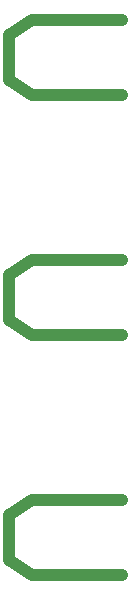
<source format=gbr>
%TF.GenerationSoftware,KiCad,Pcbnew,5.1.10-88a1d61d58~90~ubuntu20.04.1*%
%TF.CreationDate,2023-02-05T19:12:27+01:00*%
%TF.ProjectId,zvire-vetrnik-relays,7a766972-652d-4766-9574-726e696b2d72,rev?*%
%TF.SameCoordinates,PX48ab840PY791ddc0*%
%TF.FileFunction,Other,ECO2*%
%FSLAX46Y46*%
G04 Gerber Fmt 4.6, Leading zero omitted, Abs format (unit mm)*
G04 Created by KiCad (PCBNEW 5.1.10-88a1d61d58~90~ubuntu20.04.1) date 2023-02-05 19:12:27*
%MOMM*%
%LPD*%
G01*
G04 APERTURE LIST*
%ADD10C,1.000000*%
G04 APERTURE END LIST*
D10*
X24130000Y19685000D02*
X16510000Y19685000D01*
X14605000Y18415000D02*
X14605000Y14605000D01*
X16510000Y13335000D02*
X24130000Y13335000D01*
X16510000Y19685000D02*
X14605000Y18415000D01*
X14605000Y14605000D02*
X16510000Y13335000D01*
X24130000Y40005000D02*
X16510000Y40005000D01*
X14605000Y38735000D02*
X14605000Y34925000D01*
X16510000Y33655000D02*
X24130000Y33655000D01*
X16510000Y40005000D02*
X14605000Y38735000D01*
X14605000Y34925000D02*
X16510000Y33655000D01*
X16510000Y53975000D02*
X24130000Y53975000D01*
X14605000Y55245000D02*
X16510000Y53975000D01*
X14605000Y59055000D02*
X14605000Y55245000D01*
X16510000Y60325000D02*
X14605000Y59055000D01*
X24130000Y60325000D02*
X16510000Y60325000D01*
M02*

</source>
